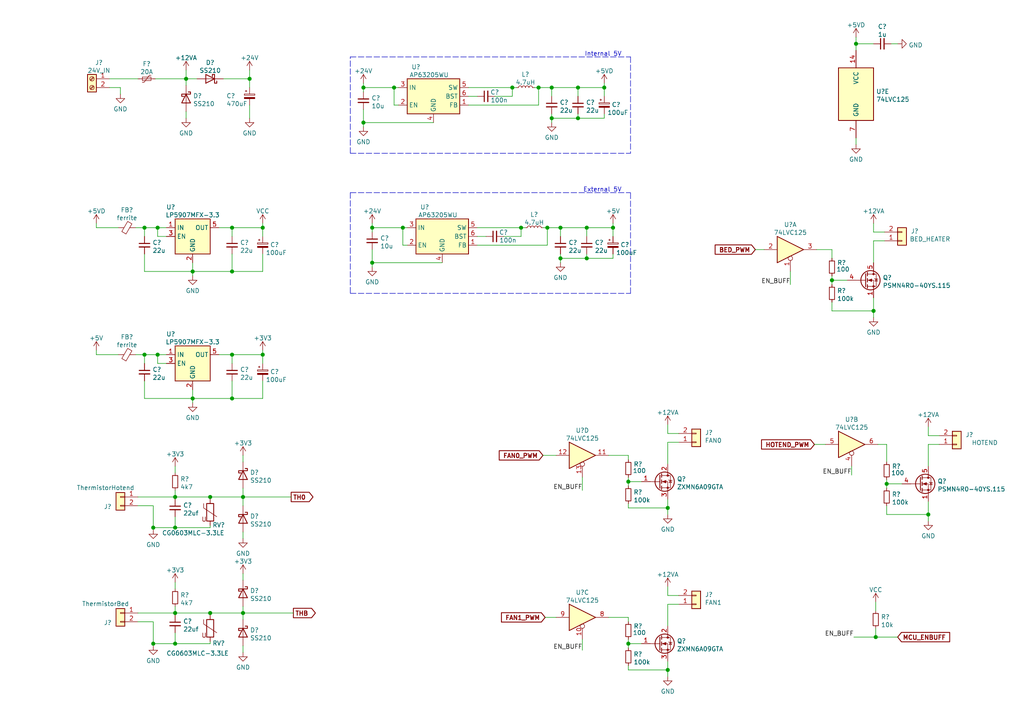
<source format=kicad_sch>
(kicad_sch (version 20210406) (generator eeschema)
  (paper "A4")
  (lib_symbols
    (symbol "74xx:74LVC125" (pin_names (offset 1.016))
      (property "Reference" "U" (at 0 1.27 0))
      (property "Value" "74LVC125" (at 0 -1.27 0))
      (symbol "74LVC125_1_0"
        (polyline (pts (xy -3.81 3.81) (xy -3.81 -3.81) (xy 3.81 0) (xy -3.81 3.81)) (stroke (width 0.254)) (fill (type background)))
        (pin input inverted (at 0 -6.35 90) (length 4.445) (name "~") (number "1"))
        (pin input line (at -7.62 0 0) (length 3.81) (name "~") (number "2"))
        (pin tri_state line (at 7.62 0 180) (length 3.81) (name "~") (number "3"))
      )
      (symbol "74LVC125_2_0"
        (polyline (pts (xy -3.81 3.81) (xy -3.81 -3.81) (xy 3.81 0) (xy -3.81 3.81)) (stroke (width 0.254)) (fill (type background)))
        (pin input inverted (at 0 -6.35 90) (length 4.445) (name "~") (number "4"))
        (pin input line (at -7.62 0 0) (length 3.81) (name "~") (number "5"))
        (pin tri_state line (at 7.62 0 180) (length 3.81) (name "~") (number "6"))
      )
      (symbol "74LVC125_3_0"
        (polyline (pts (xy -3.81 3.81) (xy -3.81 -3.81) (xy 3.81 0) (xy -3.81 3.81)) (stroke (width 0.254)) (fill (type background)))
        (pin input inverted (at 0 -6.35 90) (length 4.445) (name "~") (number "10"))
        (pin tri_state line (at 7.62 0 180) (length 3.81) (name "~") (number "8"))
        (pin input line (at -7.62 0 0) (length 3.81) (name "~") (number "9"))
      )
      (symbol "74LVC125_4_0"
        (polyline (pts (xy -3.81 3.81) (xy -3.81 -3.81) (xy 3.81 0) (xy -3.81 3.81)) (stroke (width 0.254)) (fill (type background)))
        (pin tri_state line (at 7.62 0 180) (length 3.81) (name "~") (number "11"))
        (pin input line (at -7.62 0 0) (length 3.81) (name "~") (number "12"))
        (pin input inverted (at 0 -6.35 90) (length 4.445) (name "~") (number "13"))
      )
      (symbol "74LVC125_5_0"
        (pin power_in line (at 0 12.7 270) (length 5.08) (name "VCC") (number "14"))
        (pin power_in line (at 0 -12.7 90) (length 5.08) (name "GND") (number "7"))
      )
      (symbol "74LVC125_5_1"
        (rectangle (start -5.08 7.62) (end 5.08 -7.62) (stroke (width 0.254)) (fill (type background)))
      )
    )
    (symbol "Connector:Screw_Terminal_01x02" (pin_names (offset 1.016) hide)
      (property "Reference" "J" (at 0 2.54 0))
      (property "Value" "Screw_Terminal_01x02" (at 0 -5.08 0))
      (symbol "Screw_Terminal_01x02_1_1"
        (circle (center 0 -2.54) (radius 0.635) (stroke (width 0.1524)))
        (circle (center 0 0) (radius 0.635) (stroke (width 0.1524)))
        (rectangle (start -1.27 1.27) (end 1.27 -3.81) (stroke (width 0.254)) (fill (type background)))
        (polyline (pts (xy -0.5334 -2.2098) (xy 0.3302 -3.048)) (stroke (width 0.1524)))
        (polyline (pts (xy -0.5334 0.3302) (xy 0.3302 -0.508)) (stroke (width 0.1524)))
        (polyline (pts (xy -0.3556 -2.032) (xy 0.508 -2.8702)) (stroke (width 0.1524)))
        (polyline (pts (xy -0.3556 0.508) (xy 0.508 -0.3302)) (stroke (width 0.1524)))
        (pin passive line (at -5.08 0 0) (length 3.81) (name "Pin_1") (number "1"))
        (pin passive line (at -5.08 -2.54 0) (length 3.81) (name "Pin_2") (number "2"))
      )
    )
    (symbol "Connector_Generic:Conn_01x02" (pin_names (offset 1.016) hide)
      (property "Reference" "J" (at 0 2.54 0))
      (property "Value" "Conn_01x02" (at 0 -5.08 0))
      (symbol "Conn_01x02_1_1"
        (rectangle (start -1.27 -2.413) (end 0 -2.667) (stroke (width 0.1524)))
        (rectangle (start -1.27 0.127) (end 0 -0.127) (stroke (width 0.1524)))
        (rectangle (start -1.27 1.27) (end 1.27 -3.81) (stroke (width 0.254)) (fill (type background)))
        (pin passive line (at -5.08 0 0) (length 3.81) (name "Pin_1") (number "1"))
        (pin passive line (at -5.08 -2.54 0) (length 3.81) (name "Pin_2") (number "2"))
      )
    )
    (symbol "Device:C_Polarized_Small" (pin_numbers hide) (pin_names (offset 0.254) hide)
      (property "Reference" "C" (at 0.254 1.778 0))
      (property "Value" "C_Polarized_Small" (at 0.254 -2.032 0))
      (symbol "C_Polarized_Small_0_1"
        (rectangle (start -1.524 0.6858) (end 1.524 0.3048))
        (rectangle (start -1.524 -0.3048) (end 1.524 -0.6858) (fill (type outline)))
        (polyline (pts (xy -1.27 1.524) (xy -0.762 1.524)))
        (polyline (pts (xy -1.016 1.27) (xy -1.016 1.778)))
      )
      (symbol "C_Polarized_Small_1_1"
        (pin passive line (at 0 2.54 270) (length 1.8542) (name "~") (number "1"))
        (pin passive line (at 0 -2.54 90) (length 1.8542) (name "~") (number "2"))
      )
    )
    (symbol "Device:C_Small" (pin_numbers hide) (pin_names (offset 0.254) hide)
      (property "Reference" "C" (at 0.254 1.778 0))
      (property "Value" "C_Small" (at 0.254 -2.032 0))
      (symbol "C_Small_0_1"
        (polyline (pts (xy -1.524 -0.508) (xy 1.524 -0.508)) (stroke (width 0.3302)))
        (polyline (pts (xy -1.524 0.508) (xy 1.524 0.508)) (stroke (width 0.3048)))
      )
      (symbol "C_Small_1_1"
        (pin passive line (at 0 2.54 270) (length 2.032) (name "~") (number "1"))
        (pin passive line (at 0 -2.54 90) (length 2.032) (name "~") (number "2"))
      )
    )
    (symbol "Device:FerriteBead_Small" (pin_numbers hide) (pin_names (offset 0))
      (property "Reference" "FB" (at 1.905 1.27 0))
      (property "Value" "FerriteBead_Small" (at 1.905 -1.27 0))
      (symbol "FerriteBead_Small_0_1"
        (polyline (pts (xy 0 -1.27) (xy 0 -0.7874)))
        (polyline (pts (xy 0 0.889) (xy 0 1.2954)))
        (polyline (pts (xy -1.8288 0.2794) (xy -1.1176 1.4986) (xy 1.8288 -0.2032) (xy 1.1176 -1.4224) (xy -1.8288 0.2794)))
      )
      (symbol "FerriteBead_Small_1_1"
        (pin passive line (at 0 2.54 270) (length 1.27) (name "~") (number "1"))
        (pin passive line (at 0 -2.54 90) (length 1.27) (name "~") (number "2"))
      )
    )
    (symbol "Device:L_Small" (pin_numbers hide) (pin_names (offset 0.254) hide)
      (property "Reference" "L" (at 0.762 1.016 0))
      (property "Value" "L_Small" (at 0.762 -1.016 0))
      (symbol "L_Small_0_1"
        (arc (start 0 -2.032) (end 0 -1.016) (radius (at 0 -1.524) (length 0.508) (angles -89.9 89.9)))
        (arc (start 0 -1.016) (end 0 0) (radius (at 0 -0.508) (length 0.508) (angles -89.9 89.9)))
        (arc (start 0 0) (end 0 1.016) (radius (at 0 0.508) (length 0.508) (angles -89.9 89.9)))
        (arc (start 0 1.016) (end 0 2.032) (radius (at 0 1.524) (length 0.508) (angles -89.9 89.9)))
      )
      (symbol "L_Small_1_1"
        (pin passive line (at 0 2.54 270) (length 0.508) (name "~") (number "1"))
        (pin passive line (at 0 -2.54 90) (length 0.508) (name "~") (number "2"))
      )
    )
    (symbol "Device:Polyfuse_Small" (pin_numbers hide) (pin_names (offset 0))
      (property "Reference" "F" (at -1.905 0 90))
      (property "Value" "Polyfuse_Small" (at 1.905 0 90))
      (symbol "Polyfuse_Small_0_1"
        (rectangle (start -0.508 1.27) (end 0.508 -1.27))
        (polyline (pts (xy 0 2.54) (xy 0 -2.54)))
        (polyline (pts (xy -1.016 1.27) (xy -1.016 0.762) (xy 1.016 -0.762) (xy 1.016 -1.27)))
      )
      (symbol "Polyfuse_Small_1_1"
        (pin passive line (at 0 2.54 270) (length 0.635) (name "~") (number "1"))
        (pin passive line (at 0 -2.54 90) (length 0.635) (name "~") (number "2"))
      )
    )
    (symbol "Device:R_Small" (pin_numbers hide) (pin_names (offset 0.254) hide)
      (property "Reference" "R" (at 0.762 0.508 0))
      (property "Value" "R_Small" (at 0.762 -1.016 0))
      (symbol "R_Small_0_1"
        (rectangle (start -0.762 1.778) (end 0.762 -1.778) (stroke (width 0.2032)))
      )
      (symbol "R_Small_1_1"
        (pin passive line (at 0 2.54 270) (length 0.762) (name "~") (number "1"))
        (pin passive line (at 0 -2.54 90) (length 0.762) (name "~") (number "2"))
      )
    )
    (symbol "Device:Varistor" (pin_numbers hide) (pin_names (offset 0))
      (property "Reference" "RV" (at 3.175 0 90))
      (property "Value" "Varistor" (at -3.175 0 90))
      (symbol "Varistor_0_0"
        (text "U" (at -1.778 -2.032 0) (effects (font (size 1.27 1.27))))
      )
      (symbol "Varistor_0_1"
        (rectangle (start -1.016 -2.54) (end 1.016 2.54) (stroke (width 0.254)))
        (polyline (pts (xy -1.905 2.54) (xy -1.905 1.27) (xy 1.905 -1.27)))
      )
      (symbol "Varistor_1_1"
        (pin passive line (at 0 3.81 270) (length 1.27) (name "~") (number "1"))
        (pin passive line (at 0 -3.81 90) (length 1.27) (name "~") (number "2"))
      )
    )
    (symbol "Diode:B120-E3" (pin_numbers hide) (pin_names hide)
      (property "Reference" "D" (at 0 2.54 0))
      (property "Value" "B120-E3" (at 0 -2.54 0))
      (symbol "B120-E3_0_1"
        (polyline (pts (xy 1.27 0) (xy -1.27 0)))
        (polyline (pts (xy 1.27 1.27) (xy 1.27 -1.27) (xy -1.27 0) (xy 1.27 1.27)) (stroke (width 0.254)))
        (polyline (pts (xy -1.905 0.635) (xy -1.905 1.27) (xy -1.27 1.27) (xy -1.27 -1.27) (xy -0.635 -1.27) (xy -0.635 -0.635)) (stroke (width 0.254)))
      )
      (symbol "B120-E3_1_1"
        (pin passive line (at -3.81 0 0) (length 2.54) (name "K") (number "1"))
        (pin passive line (at 3.81 0 180) (length 2.54) (name "A") (number "2"))
      )
    )
    (symbol "Regulator_Linear:LP5907MFX-3.3"
      (property "Reference" "U" (at -3.81 6.35 0))
      (property "Value" "LP5907MFX-3.3" (at 6.35 6.35 0))
      (symbol "LP5907MFX-3.3_0_1"
        (rectangle (start -5.08 -5.08) (end 5.08 5.08) (stroke (width 0.254)) (fill (type background)))
        (pin power_in line (at -7.62 2.54 0) (length 2.54) (name "IN") (number "1"))
        (pin power_in line (at 0 -7.62 90) (length 2.54) (name "GND") (number "2"))
        (pin input line (at -7.62 0 0) (length 2.54) (name "EN") (number "3"))
        (pin no_connect line (at 5.08 0 180) (length 2.54) hide (name "NC") (number "4"))
        (pin power_out line (at 7.62 2.54 180) (length 2.54) (name "OUT") (number "5"))
      )
    )
    (symbol "Regulator_Switching:AP63205WU"
      (property "Reference" "U" (at -7.62 6.35 0))
      (property "Value" "AP63205WU" (at 2.54 6.35 0))
      (symbol "AP63205WU_0_1"
        (rectangle (start -7.62 5.08) (end 7.62 -5.08) (stroke (width 0.254)) (fill (type background)))
      )
      (symbol "AP63205WU_1_1"
        (pin input line (at 10.16 -2.54 180) (length 2.54) (name "FB") (number "1"))
        (pin input line (at -10.16 -2.54 0) (length 2.54) (name "EN") (number "2"))
        (pin power_in line (at -10.16 2.54 0) (length 2.54) (name "IN") (number "3"))
        (pin power_in line (at 0 -7.62 90) (length 2.54) (name "GND") (number "4"))
        (pin output line (at 10.16 2.54 180) (length 2.54) (name "SW") (number "5"))
        (pin passive line (at 10.16 0 180) (length 2.54) (name "BST") (number "6"))
      )
    )
    (symbol "Transistor_FET:BSP89" (pin_names hide)
      (property "Reference" "Q" (at 5.08 1.905 0))
      (property "Value" "BSP89" (at 5.08 0 0))
      (symbol "BSP89_0_1"
        (circle (center 1.651 0) (radius 2.794) (stroke (width 0.254)))
        (circle (center 2.54 -1.778) (radius 0.254) (fill (type outline)))
        (circle (center 2.54 1.778) (radius 0.254) (fill (type outline)))
        (polyline (pts (xy 0.254 0) (xy -2.54 0)))
        (polyline (pts (xy 0.254 1.905) (xy 0.254 -1.905)) (stroke (width 0.254)))
        (polyline (pts (xy 0.762 -1.27) (xy 0.762 -2.286)) (stroke (width 0.254)))
        (polyline (pts (xy 0.762 0.508) (xy 0.762 -0.508)) (stroke (width 0.254)))
        (polyline (pts (xy 0.762 2.286) (xy 0.762 1.27)) (stroke (width 0.254)))
        (polyline (pts (xy 2.54 2.54) (xy 2.54 1.778)))
        (polyline (pts (xy 2.54 -2.54) (xy 2.54 0) (xy 0.762 0)))
        (polyline (pts (xy 0.762 -1.778) (xy 3.302 -1.778) (xy 3.302 1.778) (xy 0.762 1.778)))
        (polyline (pts (xy 2.794 0.508) (xy 2.921 0.381) (xy 3.683 0.381) (xy 3.81 0.254)))
        (polyline (pts (xy 3.302 0.381) (xy 2.921 -0.254) (xy 3.683 -0.254) (xy 3.302 0.381)))
        (polyline (pts (xy 1.016 0) (xy 2.032 0.381) (xy 2.032 -0.381) (xy 1.016 0)) (fill (type outline)))
      )
      (symbol "BSP89_1_1"
        (pin input line (at -5.08 0 0) (length 2.54) (name "G") (number "1"))
        (pin passive line (at 2.54 5.08 270) (length 2.54) (name "D") (number "2"))
        (pin passive line (at 2.54 -5.08 90) (length 2.54) (name "S") (number "3"))
      )
    )
    (symbol "Transistor_FET:BUK7M6R3-40EX" (pin_names hide)
      (property "Reference" "Q" (at 5.08 1.905 0))
      (property "Value" "BUK7M6R3-40EX" (at 5.08 0 0))
      (symbol "BUK7M6R3-40EX_0_1"
        (circle (center 1.651 0) (radius 2.794) (stroke (width 0.254)))
        (circle (center 2.54 -1.778) (radius 0.254) (fill (type outline)))
        (circle (center 2.54 1.778) (radius 0.254) (fill (type outline)))
        (polyline (pts (xy 0.254 0) (xy -2.54 0)))
        (polyline (pts (xy 0.254 1.905) (xy 0.254 -1.905)) (stroke (width 0.254)))
        (polyline (pts (xy 0.762 -1.27) (xy 0.762 -2.286)) (stroke (width 0.254)))
        (polyline (pts (xy 0.762 0.508) (xy 0.762 -0.508)) (stroke (width 0.254)))
        (polyline (pts (xy 0.762 2.286) (xy 0.762 1.27)) (stroke (width 0.254)))
        (polyline (pts (xy 2.54 2.54) (xy 2.54 1.778)))
        (polyline (pts (xy 2.54 -2.54) (xy 2.54 0) (xy 0.762 0)))
        (polyline (pts (xy 0.762 -1.778) (xy 3.302 -1.778) (xy 3.302 1.778) (xy 0.762 1.778)))
        (polyline (pts (xy 2.794 0.508) (xy 2.921 0.381) (xy 3.683 0.381) (xy 3.81 0.254)))
        (polyline (pts (xy 3.302 0.381) (xy 2.921 -0.254) (xy 3.683 -0.254) (xy 3.302 0.381)))
        (polyline (pts (xy 1.016 0) (xy 2.032 0.381) (xy 2.032 -0.381) (xy 1.016 0)) (fill (type outline)))
      )
      (symbol "BUK7M6R3-40EX_1_1"
        (pin passive line (at 2.54 -5.08 90) (length 2.54) (name "S") (number "1"))
        (pin passive line (at 2.54 -5.08 90) (length 2.54) hide (name "S") (number "2"))
        (pin passive line (at 2.54 -5.08 90) (length 2.54) hide (name "S") (number "3"))
        (pin passive line (at -5.08 0 0) (length 2.54) (name "G") (number "4"))
        (pin passive line (at 2.54 5.08 270) (length 2.54) (name "D") (number "5"))
      )
    )
    (symbol "power:+12VA" (power) (pin_names (offset 0))
      (property "Value" "+12VA" (at 0 3.556 0))
      (symbol "+12VA_0_1"
        (polyline (pts (xy -0.762 1.27) (xy 0 2.54)))
        (polyline (pts (xy 0 0) (xy 0 2.54)))
        (polyline (pts (xy 0 2.54) (xy 0.762 1.27)))
      )
      (symbol "+12VA_1_1"
        (pin power_in line (at 0 0 90) (length 0) hide (name "+12VA") (number "1"))
      )
    )
    (symbol "power:+24V" (power) (pin_names (offset 0))
      (property "Value" "+24V" (at 0 3.556 0))
      (symbol "+24V_0_1"
        (polyline (pts (xy -0.762 1.27) (xy 0 2.54)))
        (polyline (pts (xy 0 0) (xy 0 2.54)))
        (polyline (pts (xy 0 2.54) (xy 0.762 1.27)))
      )
      (symbol "+24V_1_1"
        (pin power_in line (at 0 0 90) (length 0) hide (name "+24V") (number "1"))
      )
    )
    (symbol "power:+3V3" (power) (pin_names (offset 0))
      (property "Value" "+3V3" (at 0 3.556 0))
      (symbol "+3V3_0_1"
        (polyline (pts (xy -0.762 1.27) (xy 0 2.54)))
        (polyline (pts (xy 0 0) (xy 0 2.54)))
        (polyline (pts (xy 0 2.54) (xy 0.762 1.27)))
      )
      (symbol "+3V3_1_1"
        (pin power_in line (at 0 0 90) (length 0) hide (name "+3V3") (number "1"))
      )
    )
    (symbol "power:+5V" (power) (pin_names (offset 0))
      (property "Value" "+5V" (at 0 3.556 0))
      (symbol "+5V_0_1"
        (polyline (pts (xy -0.762 1.27) (xy 0 2.54)))
        (polyline (pts (xy 0 0) (xy 0 2.54)))
        (polyline (pts (xy 0 2.54) (xy 0.762 1.27)))
      )
      (symbol "+5V_1_1"
        (pin power_in line (at 0 0 90) (length 0) hide (name "+5V") (number "1"))
      )
    )
    (symbol "power:+5VD" (power) (pin_names (offset 0))
      (property "Value" "+5VD" (at 0 3.556 0))
      (symbol "+5VD_0_1"
        (polyline (pts (xy -0.762 1.27) (xy 0 2.54)))
        (polyline (pts (xy 0 0) (xy 0 2.54)))
        (polyline (pts (xy 0 2.54) (xy 0.762 1.27)))
      )
      (symbol "+5VD_1_1"
        (pin power_in line (at 0 0 90) (length 0) hide (name "+5VD") (number "1"))
      )
    )
    (symbol "power:GND" (power) (pin_names (offset 0))
      (property "Value" "GND" (at 0 -3.81 0))
      (symbol "GND_0_1"
        (polyline (pts (xy 0 0) (xy 0 -1.27) (xy 1.27 -1.27) (xy 0 -2.54) (xy -1.27 -1.27) (xy 0 -1.27)))
      )
      (symbol "GND_1_1"
        (pin power_in line (at 0 0 270) (length 0) hide (name "GND") (number "1"))
      )
    )
    (symbol "power:VCC" (power) (pin_names (offset 0))
      (property "Value" "VCC" (at 0 3.81 0))
      (symbol "VCC_0_1"
        (polyline (pts (xy -0.762 1.27) (xy 0 2.54)))
        (polyline (pts (xy 0 0) (xy 0 2.54)))
        (polyline (pts (xy 0 2.54) (xy 0.762 1.27)))
      )
      (symbol "VCC_1_1"
        (pin power_in line (at 0 0 90) (length 0) hide (name "VCC") (number "1"))
      )
    )
  )
  (junction (at 41.91 66.04) (diameter 1.016))
  (junction (at 41.91 102.87) (diameter 1.016))
  (junction (at 44.45 153.035) (diameter 1.016))
  (junction (at 44.45 186.69) (diameter 1.016))
  (junction (at 45.72 66.04) (diameter 1.016))
  (junction (at 45.72 102.87) (diameter 1.016))
  (junction (at 50.8 144.145) (diameter 1.016))
  (junction (at 50.8 153.035) (diameter 1.016))
  (junction (at 50.8 177.8) (diameter 1.016))
  (junction (at 50.8 186.69) (diameter 1.016))
  (junction (at 53.975 22.86) (diameter 1.016))
  (junction (at 55.88 78.74) (diameter 1.016))
  (junction (at 55.88 115.57) (diameter 1.016))
  (junction (at 60.96 144.145) (diameter 1.016))
  (junction (at 60.96 177.8) (diameter 1.016))
  (junction (at 67.31 66.04) (diameter 1.016))
  (junction (at 67.31 78.74) (diameter 1.016))
  (junction (at 67.31 102.87) (diameter 1.016))
  (junction (at 67.31 115.57) (diameter 1.016))
  (junction (at 70.485 144.145) (diameter 1.016))
  (junction (at 70.485 177.8) (diameter 1.016))
  (junction (at 72.39 22.86) (diameter 1.016))
  (junction (at 76.2 66.04) (diameter 1.016))
  (junction (at 76.2 102.87) (diameter 1.016))
  (junction (at 105.41 25.4) (diameter 1.016))
  (junction (at 105.41 35.56) (diameter 1.016))
  (junction (at 107.95 66.04) (diameter 1.016))
  (junction (at 107.95 76.2) (diameter 1.016))
  (junction (at 114.3 25.4) (diameter 1.016))
  (junction (at 116.84 66.04) (diameter 1.016))
  (junction (at 148.59 25.4) (diameter 1.016))
  (junction (at 151.13 66.04) (diameter 1.016))
  (junction (at 156.21 25.4) (diameter 1.016))
  (junction (at 158.75 66.04) (diameter 1.016))
  (junction (at 160.02 25.4) (diameter 1.016))
  (junction (at 160.02 34.29) (diameter 1.016))
  (junction (at 162.56 66.04) (diameter 1.016))
  (junction (at 162.56 74.93) (diameter 1.016))
  (junction (at 167.64 25.4) (diameter 1.016))
  (junction (at 167.64 34.29) (diameter 1.016))
  (junction (at 170.18 66.04) (diameter 1.016))
  (junction (at 170.18 74.93) (diameter 1.016))
  (junction (at 175.26 25.4) (diameter 1.016))
  (junction (at 177.8 66.04) (diameter 1.016))
  (junction (at 182.245 139.7) (diameter 1.016))
  (junction (at 182.245 186.69) (diameter 1.016))
  (junction (at 193.675 147.32) (diameter 1.016))
  (junction (at 193.675 194.31) (diameter 1.016))
  (junction (at 241.3 81.28) (diameter 1.016))
  (junction (at 248.285 12.7) (diameter 1.016))
  (junction (at 253.365 90.17) (diameter 1.016))
  (junction (at 254 184.785) (diameter 1.016))
  (junction (at 257.175 140.335) (diameter 1.016))
  (junction (at 269.24 149.225) (diameter 1.016))
  (wire (pts (xy 27.94 66.04) (xy 27.94 64.77)))
  (wire (pts (xy 27.94 102.87) (xy 27.94 101.6)))
  (wire (pts (xy 31.75 22.86) (xy 40.005 22.86)))
  (wire (pts (xy 34.29 66.04) (xy 27.94 66.04)))
  (wire (pts (xy 34.29 102.87) (xy 27.94 102.87)))
  (wire (pts (xy 34.925 25.4) (xy 31.75 25.4)))
  (wire (pts (xy 34.925 27.305) (xy 34.925 25.4)))
  (wire (pts (xy 39.37 66.04) (xy 41.91 66.04)))
  (wire (pts (xy 39.37 102.87) (xy 41.91 102.87)))
  (wire (pts (xy 40.005 144.145) (xy 50.8 144.145)))
  (wire (pts (xy 40.005 146.685) (xy 44.45 146.685)))
  (wire (pts (xy 40.005 177.8) (xy 50.8 177.8)))
  (wire (pts (xy 40.005 180.34) (xy 44.45 180.34)))
  (wire (pts (xy 41.91 66.04) (xy 41.91 68.58)))
  (wire (pts (xy 41.91 78.74) (xy 41.91 73.66)))
  (wire (pts (xy 41.91 78.74) (xy 55.88 78.74)))
  (wire (pts (xy 41.91 102.87) (xy 41.91 105.41)))
  (wire (pts (xy 41.91 115.57) (xy 41.91 110.49)))
  (wire (pts (xy 41.91 115.57) (xy 55.88 115.57)))
  (wire (pts (xy 44.45 146.685) (xy 44.45 153.035)))
  (wire (pts (xy 44.45 153.035) (xy 44.45 153.67)))
  (wire (pts (xy 44.45 180.34) (xy 44.45 186.69)))
  (wire (pts (xy 44.45 186.69) (xy 44.45 187.325)))
  (wire (pts (xy 45.72 66.04) (xy 41.91 66.04)))
  (wire (pts (xy 45.72 68.58) (xy 45.72 66.04)))
  (wire (pts (xy 45.72 102.87) (xy 41.91 102.87)))
  (wire (pts (xy 45.72 105.41) (xy 45.72 102.87)))
  (wire (pts (xy 48.26 66.04) (xy 45.72 66.04)))
  (wire (pts (xy 48.26 68.58) (xy 45.72 68.58)))
  (wire (pts (xy 48.26 102.87) (xy 45.72 102.87)))
  (wire (pts (xy 48.26 105.41) (xy 45.72 105.41)))
  (wire (pts (xy 50.8 137.16) (xy 50.8 135.255)))
  (wire (pts (xy 50.8 144.145) (xy 50.8 142.24)))
  (wire (pts (xy 50.8 144.145) (xy 60.96 144.145)))
  (wire (pts (xy 50.8 144.78) (xy 50.8 144.145)))
  (wire (pts (xy 50.8 149.86) (xy 50.8 153.035)))
  (wire (pts (xy 50.8 153.035) (xy 44.45 153.035)))
  (wire (pts (xy 50.8 170.815) (xy 50.8 168.91)))
  (wire (pts (xy 50.8 177.8) (xy 50.8 175.895)))
  (wire (pts (xy 50.8 177.8) (xy 60.96 177.8)))
  (wire (pts (xy 50.8 178.435) (xy 50.8 177.8)))
  (wire (pts (xy 50.8 183.515) (xy 50.8 186.69)))
  (wire (pts (xy 50.8 186.69) (xy 44.45 186.69)))
  (wire (pts (xy 53.975 20.32) (xy 53.975 22.86)))
  (wire (pts (xy 53.975 22.86) (xy 45.085 22.86)))
  (wire (pts (xy 53.975 24.765) (xy 53.975 22.86)))
  (wire (pts (xy 53.975 32.385) (xy 53.975 34.29)))
  (wire (pts (xy 55.88 76.2) (xy 55.88 78.74)))
  (wire (pts (xy 55.88 78.74) (xy 55.88 80.01)))
  (wire (pts (xy 55.88 113.03) (xy 55.88 115.57)))
  (wire (pts (xy 55.88 115.57) (xy 55.88 116.84)))
  (wire (pts (xy 57.15 22.86) (xy 53.975 22.86)))
  (wire (pts (xy 60.96 144.145) (xy 60.96 144.78)))
  (wire (pts (xy 60.96 144.145) (xy 70.485 144.145)))
  (wire (pts (xy 60.96 152.4) (xy 60.96 153.035)))
  (wire (pts (xy 60.96 153.035) (xy 50.8 153.035)))
  (wire (pts (xy 60.96 177.8) (xy 60.96 178.435)))
  (wire (pts (xy 60.96 177.8) (xy 70.485 177.8)))
  (wire (pts (xy 60.96 186.055) (xy 60.96 186.69)))
  (wire (pts (xy 60.96 186.69) (xy 50.8 186.69)))
  (wire (pts (xy 63.5 66.04) (xy 67.31 66.04)))
  (wire (pts (xy 63.5 102.87) (xy 67.31 102.87)))
  (wire (pts (xy 67.31 66.04) (xy 76.2 66.04)))
  (wire (pts (xy 67.31 68.58) (xy 67.31 66.04)))
  (wire (pts (xy 67.31 73.66) (xy 67.31 78.74)))
  (wire (pts (xy 67.31 78.74) (xy 55.88 78.74)))
  (wire (pts (xy 67.31 102.87) (xy 76.2 102.87)))
  (wire (pts (xy 67.31 105.41) (xy 67.31 102.87)))
  (wire (pts (xy 67.31 110.49) (xy 67.31 115.57)))
  (wire (pts (xy 67.31 115.57) (xy 55.88 115.57)))
  (wire (pts (xy 70.485 133.985) (xy 70.485 132.08)))
  (wire (pts (xy 70.485 141.605) (xy 70.485 144.145)))
  (wire (pts (xy 70.485 144.145) (xy 70.485 146.685)))
  (wire (pts (xy 70.485 144.145) (xy 84.455 144.145)))
  (wire (pts (xy 70.485 154.305) (xy 70.485 156.21)))
  (wire (pts (xy 70.485 168.275) (xy 70.485 166.37)))
  (wire (pts (xy 70.485 175.895) (xy 70.485 177.8)))
  (wire (pts (xy 70.485 177.8) (xy 85.09 177.8)))
  (wire (pts (xy 70.485 179.705) (xy 70.485 177.8)))
  (wire (pts (xy 70.485 187.325) (xy 70.485 189.23)))
  (wire (pts (xy 72.39 20.32) (xy 72.39 22.86)))
  (wire (pts (xy 72.39 22.86) (xy 64.77 22.86)))
  (wire (pts (xy 72.39 25.4) (xy 72.39 22.86)))
  (wire (pts (xy 72.39 34.29) (xy 72.39 30.48)))
  (wire (pts (xy 76.2 66.04) (xy 76.2 64.77)))
  (wire (pts (xy 76.2 68.58) (xy 76.2 66.04)))
  (wire (pts (xy 76.2 73.66) (xy 76.2 78.74)))
  (wire (pts (xy 76.2 78.74) (xy 67.31 78.74)))
  (wire (pts (xy 76.2 102.87) (xy 76.2 101.6)))
  (wire (pts (xy 76.2 105.41) (xy 76.2 102.87)))
  (wire (pts (xy 76.2 110.49) (xy 76.2 115.57)))
  (wire (pts (xy 76.2 115.57) (xy 67.31 115.57)))
  (wire (pts (xy 105.41 24.13) (xy 105.41 25.4)))
  (wire (pts (xy 105.41 25.4) (xy 105.41 26.67)))
  (wire (pts (xy 105.41 35.56) (xy 105.41 31.75)))
  (wire (pts (xy 105.41 36.83) (xy 105.41 35.56)))
  (wire (pts (xy 107.95 64.77) (xy 107.95 66.04)))
  (wire (pts (xy 107.95 66.04) (xy 107.95 67.31)))
  (wire (pts (xy 107.95 76.2) (xy 107.95 72.39)))
  (wire (pts (xy 107.95 77.47) (xy 107.95 76.2)))
  (wire (pts (xy 114.3 25.4) (xy 105.41 25.4)))
  (wire (pts (xy 114.3 30.48) (xy 114.3 25.4)))
  (wire (pts (xy 115.57 25.4) (xy 114.3 25.4)))
  (wire (pts (xy 115.57 30.48) (xy 114.3 30.48)))
  (wire (pts (xy 116.84 66.04) (xy 107.95 66.04)))
  (wire (pts (xy 116.84 71.12) (xy 116.84 66.04)))
  (wire (pts (xy 118.11 66.04) (xy 116.84 66.04)))
  (wire (pts (xy 118.11 71.12) (xy 116.84 71.12)))
  (wire (pts (xy 125.73 35.56) (xy 105.41 35.56)))
  (wire (pts (xy 128.27 76.2) (xy 107.95 76.2)))
  (wire (pts (xy 135.89 25.4) (xy 148.59 25.4)))
  (wire (pts (xy 135.89 27.94) (xy 138.43 27.94)))
  (wire (pts (xy 135.89 30.48) (xy 156.21 30.48)))
  (wire (pts (xy 138.43 66.04) (xy 151.13 66.04)))
  (wire (pts (xy 138.43 68.58) (xy 140.97 68.58)))
  (wire (pts (xy 138.43 71.12) (xy 158.75 71.12)))
  (wire (pts (xy 143.51 27.94) (xy 148.59 27.94)))
  (wire (pts (xy 146.05 68.58) (xy 151.13 68.58)))
  (wire (pts (xy 148.59 25.4) (xy 149.86 25.4)))
  (wire (pts (xy 148.59 27.94) (xy 148.59 25.4)))
  (wire (pts (xy 151.13 66.04) (xy 152.4 66.04)))
  (wire (pts (xy 151.13 68.58) (xy 151.13 66.04)))
  (wire (pts (xy 154.94 25.4) (xy 156.21 25.4)))
  (wire (pts (xy 156.21 25.4) (xy 160.02 25.4)))
  (wire (pts (xy 156.21 30.48) (xy 156.21 25.4)))
  (wire (pts (xy 157.48 66.04) (xy 158.75 66.04)))
  (wire (pts (xy 158.115 179.07) (xy 161.29 179.07)))
  (wire (pts (xy 158.75 66.04) (xy 162.56 66.04)))
  (wire (pts (xy 158.75 71.12) (xy 158.75 66.04)))
  (wire (pts (xy 160.02 25.4) (xy 167.64 25.4)))
  (wire (pts (xy 160.02 27.94) (xy 160.02 25.4)))
  (wire (pts (xy 160.02 34.29) (xy 160.02 33.02)))
  (wire (pts (xy 160.02 35.56) (xy 160.02 34.29)))
  (wire (pts (xy 161.29 132.08) (xy 157.48 132.08)))
  (wire (pts (xy 162.56 66.04) (xy 170.18 66.04)))
  (wire (pts (xy 162.56 68.58) (xy 162.56 66.04)))
  (wire (pts (xy 162.56 74.93) (xy 162.56 73.66)))
  (wire (pts (xy 162.56 76.2) (xy 162.56 74.93)))
  (wire (pts (xy 167.64 25.4) (xy 175.26 25.4)))
  (wire (pts (xy 167.64 27.94) (xy 167.64 25.4)))
  (wire (pts (xy 167.64 33.02) (xy 167.64 34.29)))
  (wire (pts (xy 167.64 34.29) (xy 160.02 34.29)))
  (wire (pts (xy 168.91 142.24) (xy 168.91 138.43)))
  (wire (pts (xy 168.91 188.595) (xy 168.91 185.42)))
  (wire (pts (xy 170.18 66.04) (xy 177.8 66.04)))
  (wire (pts (xy 170.18 68.58) (xy 170.18 66.04)))
  (wire (pts (xy 170.18 73.66) (xy 170.18 74.93)))
  (wire (pts (xy 170.18 74.93) (xy 162.56 74.93)))
  (wire (pts (xy 175.26 24.13) (xy 175.26 25.4)))
  (wire (pts (xy 175.26 25.4) (xy 175.26 27.94)))
  (wire (pts (xy 175.26 33.02) (xy 175.26 34.29)))
  (wire (pts (xy 175.26 34.29) (xy 167.64 34.29)))
  (wire (pts (xy 177.8 64.77) (xy 177.8 66.04)))
  (wire (pts (xy 177.8 66.04) (xy 177.8 68.58)))
  (wire (pts (xy 177.8 73.66) (xy 177.8 74.93)))
  (wire (pts (xy 177.8 74.93) (xy 170.18 74.93)))
  (wire (pts (xy 182.245 132.08) (xy 176.53 132.08)))
  (wire (pts (xy 182.245 133.35) (xy 182.245 132.08)))
  (wire (pts (xy 182.245 139.7) (xy 182.245 138.43)))
  (wire (pts (xy 182.245 140.97) (xy 182.245 139.7)))
  (wire (pts (xy 182.245 146.05) (xy 182.245 147.32)))
  (wire (pts (xy 182.245 147.32) (xy 193.675 147.32)))
  (wire (pts (xy 182.245 179.07) (xy 176.53 179.07)))
  (wire (pts (xy 182.245 180.34) (xy 182.245 179.07)))
  (wire (pts (xy 182.245 186.69) (xy 182.245 185.42)))
  (wire (pts (xy 182.245 187.96) (xy 182.245 186.69)))
  (wire (pts (xy 182.245 193.04) (xy 182.245 194.31)))
  (wire (pts (xy 182.245 194.31) (xy 193.675 194.31)))
  (wire (pts (xy 186.055 139.7) (xy 182.245 139.7)))
  (wire (pts (xy 186.055 186.69) (xy 182.245 186.69)))
  (wire (pts (xy 193.675 125.73) (xy 193.675 123.19)))
  (wire (pts (xy 193.675 128.27) (xy 196.85 128.27)))
  (wire (pts (xy 193.675 134.62) (xy 193.675 128.27)))
  (wire (pts (xy 193.675 144.78) (xy 193.675 147.32)))
  (wire (pts (xy 193.675 147.32) (xy 193.675 149.225)))
  (wire (pts (xy 193.675 172.72) (xy 193.675 170.18)))
  (wire (pts (xy 193.675 175.26) (xy 196.85 175.26)))
  (wire (pts (xy 193.675 181.61) (xy 193.675 175.26)))
  (wire (pts (xy 193.675 191.77) (xy 193.675 194.31)))
  (wire (pts (xy 193.675 194.31) (xy 193.675 196.215)))
  (wire (pts (xy 196.85 125.73) (xy 193.675 125.73)))
  (wire (pts (xy 196.85 172.72) (xy 193.675 172.72)))
  (wire (pts (xy 221.615 72.39) (xy 219.075 72.39)))
  (wire (pts (xy 229.235 82.55) (xy 229.235 78.74)))
  (wire (pts (xy 236.855 72.39) (xy 241.3 72.39)))
  (wire (pts (xy 239.395 128.905) (xy 236.22 128.905)))
  (wire (pts (xy 241.3 72.39) (xy 241.3 74.93)))
  (wire (pts (xy 241.3 80.01) (xy 241.3 81.28)))
  (wire (pts (xy 241.3 81.28) (xy 241.3 82.55)))
  (wire (pts (xy 241.3 87.63) (xy 241.3 90.17)))
  (wire (pts (xy 241.3 90.17) (xy 253.365 90.17)))
  (wire (pts (xy 245.745 81.28) (xy 241.3 81.28)))
  (wire (pts (xy 247.015 135.255) (xy 247.015 137.795)))
  (wire (pts (xy 247.65 184.785) (xy 254 184.785)))
  (wire (pts (xy 248.285 10.795) (xy 248.285 12.7)))
  (wire (pts (xy 248.285 12.7) (xy 248.285 14.605)))
  (wire (pts (xy 248.285 41.91) (xy 248.285 40.005)))
  (wire (pts (xy 253.365 12.7) (xy 248.285 12.7)))
  (wire (pts (xy 253.365 67.31) (xy 253.365 64.77)))
  (wire (pts (xy 253.365 69.85) (xy 256.54 69.85)))
  (wire (pts (xy 253.365 76.2) (xy 253.365 69.85)))
  (wire (pts (xy 253.365 90.17) (xy 253.365 86.36)))
  (wire (pts (xy 253.365 92.075) (xy 253.365 90.17)))
  (wire (pts (xy 254 177.165) (xy 254 174.625)))
  (wire (pts (xy 254 182.245) (xy 254 184.785)))
  (wire (pts (xy 254 184.785) (xy 260.35 184.785)))
  (wire (pts (xy 254.635 128.905) (xy 257.175 128.905)))
  (wire (pts (xy 256.54 67.31) (xy 253.365 67.31)))
  (wire (pts (xy 257.175 128.905) (xy 257.175 133.985)))
  (wire (pts (xy 257.175 139.065) (xy 257.175 140.335)))
  (wire (pts (xy 257.175 140.335) (xy 257.175 141.605)))
  (wire (pts (xy 257.175 146.685) (xy 257.175 149.225)))
  (wire (pts (xy 257.175 149.225) (xy 269.24 149.225)))
  (wire (pts (xy 260.35 12.7) (xy 258.445 12.7)))
  (wire (pts (xy 261.62 140.335) (xy 257.175 140.335)))
  (wire (pts (xy 269.24 126.365) (xy 269.24 123.825)))
  (wire (pts (xy 269.24 128.905) (xy 272.415 128.905)))
  (wire (pts (xy 269.24 135.255) (xy 269.24 128.905)))
  (wire (pts (xy 269.24 149.225) (xy 269.24 145.415)))
  (wire (pts (xy 269.24 151.13) (xy 269.24 149.225)))
  (wire (pts (xy 272.415 126.365) (xy 269.24 126.365)))
  (polyline (pts (xy 101.6 16.51) (xy 182.88 16.51)) (stroke (width 0) (type dash)))
  (polyline (pts (xy 101.6 44.45) (xy 101.6 16.51)) (stroke (width 0) (type dash)))
  (polyline (pts (xy 101.6 44.45) (xy 182.88 44.45)) (stroke (width 0) (type dash)))
  (polyline (pts (xy 101.6 55.88) (xy 101.6 85.09)) (stroke (width 0) (type dash)))
  (polyline (pts (xy 101.6 55.88) (xy 182.88 55.88)) (stroke (width 0) (type dash)))
  (polyline (pts (xy 101.6 85.09) (xy 182.88 85.09)) (stroke (width 0) (type dash)))
  (polyline (pts (xy 182.88 16.51) (xy 182.88 44.45)) (stroke (width 0) (type dash)))
  (polyline (pts (xy 182.88 85.09) (xy 182.88 55.88)) (stroke (width 0) (type dash)))
  (text "Internal 5V" (at 180.34 16.51 180) (effects (font (size 1.27 1.27)) (justify right bottom)))
  (text "External 5V" (at 180.34 55.88 180) (effects (font (size 1.27 1.27)) (justify right bottom)))
  (label "EN_BUFF" (at 168.91 142.24 180))
  (label "EN_BUFF" (at 168.91 188.595 180))
  (label "EN_BUFF" (at 229.235 82.55 180))
  (label "EN_BUFF" (at 247.015 137.795 180))
  (label "EN_BUFF" (at 247.65 184.785 180))
  (global_label "TH0" (shape output) (at 84.455 144.145 0) (effects (font (thickness 0.254) bold)) (property "Intersheet References" "${INTERSHEET_REFS}" (effects hide)))
  (global_label "THB" (shape output) (at 85.09 177.8 0) (effects (font (thickness 0.254) bold)) (property "Intersheet References" "${INTERSHEET_REFS}" (effects hide)))
  (global_label "FAN0_PWM" (shape input) (at 157.48 132.08 180) (effects (font (thickness 0.254) bold)) (property "Intersheet References" "${INTERSHEET_REFS}" (effects hide)))
  (global_label "FAN1_PWM" (shape input) (at 158.115 179.07 180) (effects (font (thickness 0.254) bold)) (property "Intersheet References" "${INTERSHEET_REFS}" (effects hide)))
  (global_label "BED_PWM" (shape input) (at 219.075 72.39 180) (effects (font (thickness 0.254) bold)) (property "Intersheet References" "${INTERSHEET_REFS}" (effects hide)))
  (global_label "HOTEND_PWM" (shape input) (at 236.22 128.905 180) (effects (font (thickness 0.254) bold)) (property "Intersheet References" "${INTERSHEET_REFS}" (effects hide)))
  (global_label "MCU_ENBUFF" (shape input) (at 260.35 184.785 0) (effects (font (thickness 0.254) bold)) (property "Intersheet References" "${INTERSHEET_REFS}" (effects hide)))
  (symbol (lib_id "power:+5VD") (at 27.94 64.77 0) (unit 1)
    (property "Reference" "#PWR0105" (effects hide))
    (property "Value" "+5VD" (at 27.94 61.2226 0))
  )
  (symbol (lib_id "power:+5V") (at 27.94 101.6 0) (unit 1)
    (property "Reference" "#PWR?" (effects hide))
    (property "Value" "+5V" (at 27.94 98.0526 0))
  )
  (symbol (lib_id "power:+3V3") (at 50.8 135.255 0) (unit 1)
    (property "Reference" "#PWR?" (effects hide))
    (property "Value" "+3V3" (at 50.8 131.7076 0))
  )
  (symbol (lib_id "power:+3V3") (at 50.8 168.91 0) (unit 1)
    (property "Reference" "#PWR?" (effects hide))
    (property "Value" "+3V3" (at 50.8 165.3626 0))
  )
  (symbol (lib_id "power:+12VA") (at 53.975 20.32 0) (unit 1)
    (property "Reference" "#PWR0101" (effects hide))
    (property "Value" "+12VA" (at 53.975 16.7726 0))
  )
  (symbol (lib_id "power:+3V3") (at 70.485 132.08 0) (unit 1)
    (property "Reference" "#PWR?" (effects hide))
    (property "Value" "+3V3" (at 70.485 128.5326 0))
  )
  (symbol (lib_id "power:+3V3") (at 70.485 166.37 0) (unit 1)
    (property "Reference" "#PWR?" (effects hide))
    (property "Value" "+3V3" (at 70.485 162.8226 0))
  )
  (symbol (lib_id "power:+24V") (at 72.39 20.32 0) (unit 1)
    (property "Reference" "#PWR0104" (effects hide))
    (property "Value" "+24V" (at 72.39 16.7726 0))
  )
  (symbol (lib_id "power:VCC") (at 76.2 64.77 0) (unit 1)
    (property "Reference" "#PWR?" (effects hide))
    (property "Value" "VCC" (at 76.2 61.2226 0))
  )
  (symbol (lib_id "power:+3V3") (at 76.2 101.6 0) (unit 1)
    (property "Reference" "#PWR?" (effects hide))
    (property "Value" "+3V3" (at 76.2 98.0526 0))
  )
  (symbol (lib_id "power:+24V") (at 105.41 24.13 0) (unit 1)
    (property "Reference" "#PWR0114" (effects hide))
    (property "Value" "+24V" (at 105.41 20.5826 0))
  )
  (symbol (lib_id "power:+24V") (at 107.95 64.77 0) (unit 1)
    (property "Reference" "#PWR0116" (effects hide))
    (property "Value" "+24V" (at 107.95 61.2226 0))
  )
  (symbol (lib_id "power:+5VD") (at 175.26 24.13 0) (unit 1)
    (property "Reference" "#PWR0111" (effects hide))
    (property "Value" "+5VD" (at 175.26 20.5826 0))
  )
  (symbol (lib_id "power:+5V") (at 177.8 64.77 0) (unit 1)
    (property "Reference" "#PWR0112" (effects hide))
    (property "Value" "+5V" (at 177.8 61.2226 0))
  )
  (symbol (lib_id "power:+12VA") (at 193.675 123.19 0) (unit 1)
    (property "Reference" "#PWR?" (effects hide))
    (property "Value" "+12VA" (at 193.675 119.6426 0))
  )
  (symbol (lib_id "power:+12VA") (at 193.675 170.18 0) (unit 1)
    (property "Reference" "#PWR?" (effects hide))
    (property "Value" "+12VA" (at 193.675 166.6326 0))
  )
  (symbol (lib_id "power:+5VD") (at 248.285 10.795 0) (unit 1)
    (property "Reference" "#PWR?" (effects hide))
    (property "Value" "+5VD" (at 248.285 7.2476 0))
  )
  (symbol (lib_id "power:+12VA") (at 253.365 64.77 0) (unit 1)
    (property "Reference" "#PWR?" (effects hide))
    (property "Value" "+12VA" (at 253.365 61.2226 0))
  )
  (symbol (lib_id "power:VCC") (at 254 174.625 0) (unit 1)
    (property "Reference" "#PWR?" (effects hide))
    (property "Value" "VCC" (at 254 171.0776 0))
  )
  (symbol (lib_id "power:+12VA") (at 269.24 123.825 0) (unit 1)
    (property "Reference" "#PWR?" (effects hide))
    (property "Value" "+12VA" (at 269.24 120.2776 0))
  )
  (symbol (lib_id "Device:L_Small") (at 152.4 25.4 90) (unit 1)
    (property "Reference" "L?" (at 152.4 21.5858 90))
    (property "Value" "4.7uH" (at 152.4 23.8845 90))
  )
  (symbol (lib_id "Device:L_Small") (at 154.94 66.04 90) (unit 1)
    (property "Reference" "L?" (at 154.94 62.2258 90))
    (property "Value" "4.7uH" (at 154.94 64.5245 90))
  )
  (symbol (lib_id "power:GND") (at 34.925 27.305 0) (unit 1)
    (property "Reference" "#PWR0107" (effects hide))
    (property "Value" "GND" (at 34.925 31.6294 0))
  )
  (symbol (lib_id "power:GND") (at 44.45 153.67 0) (unit 1)
    (property "Reference" "#PWR?" (effects hide))
    (property "Value" "GND" (at 44.45 157.9944 0))
  )
  (symbol (lib_id "power:GND") (at 44.45 187.325 0) (unit 1)
    (property "Reference" "#PWR?" (effects hide))
    (property "Value" "GND" (at 44.45 191.6494 0))
  )
  (symbol (lib_id "power:GND") (at 53.975 34.29 0) (unit 1)
    (property "Reference" "#PWR0102" (effects hide))
    (property "Value" "GND" (at 53.975 38.6144 0))
  )
  (symbol (lib_id "power:GND") (at 55.88 80.01 0) (unit 1)
    (property "Reference" "#PWR0109" (effects hide))
    (property "Value" "GND" (at 55.88 84.3344 0))
  )
  (symbol (lib_id "power:GND") (at 55.88 116.84 0) (unit 1)
    (property "Reference" "#PWR0118" (effects hide))
    (property "Value" "GND" (at 55.88 121.1644 0))
  )
  (symbol (lib_id "power:GND") (at 70.485 156.21 0) (unit 1)
    (property "Reference" "#PWR?" (effects hide))
    (property "Value" "GND" (at 70.485 160.5344 0))
  )
  (symbol (lib_id "power:GND") (at 70.485 189.23 0) (unit 1)
    (property "Reference" "#PWR?" (effects hide))
    (property "Value" "GND" (at 70.485 193.5544 0))
  )
  (symbol (lib_id "power:GND") (at 72.39 34.29 0) (unit 1)
    (property "Reference" "#PWR0106" (effects hide))
    (property "Value" "GND" (at 72.39 38.6144 0))
  )
  (symbol (lib_id "power:GND") (at 105.41 36.83 0) (unit 1)
    (property "Reference" "#PWR0115" (effects hide))
    (property "Value" "GND" (at 105.41 41.1544 0))
  )
  (symbol (lib_id "power:GND") (at 107.95 77.47 0) (unit 1)
    (property "Reference" "#PWR0117" (effects hide))
    (property "Value" "GND" (at 107.95 81.7944 0))
  )
  (symbol (lib_id "power:GND") (at 160.02 35.56 0) (unit 1)
    (property "Reference" "#PWR0110" (effects hide))
    (property "Value" "GND" (at 160.02 39.8844 0))
  )
  (symbol (lib_id "power:GND") (at 162.56 76.2 0) (unit 1)
    (property "Reference" "#PWR0113" (effects hide))
    (property "Value" "GND" (at 162.56 80.5244 0))
  )
  (symbol (lib_id "power:GND") (at 193.675 149.225 0) (unit 1)
    (property "Reference" "#PWR?" (effects hide))
    (property "Value" "GND" (at 193.675 153.5494 0))
  )
  (symbol (lib_id "power:GND") (at 193.675 196.215 0) (unit 1)
    (property "Reference" "#PWR?" (effects hide))
    (property "Value" "GND" (at 193.675 200.5394 0))
  )
  (symbol (lib_id "power:GND") (at 248.285 41.91 0) (unit 1)
    (property "Reference" "#PWR?" (effects hide))
    (property "Value" "GND" (at 248.285 46.2344 0))
  )
  (symbol (lib_id "power:GND") (at 253.365 92.075 0) (unit 1)
    (property "Reference" "#PWR?" (effects hide))
    (property "Value" "GND" (at 253.365 96.3994 0))
  )
  (symbol (lib_id "power:GND") (at 260.35 12.7 90) (unit 1)
    (property "Reference" "#PWR?" (effects hide))
    (property "Value" "GND" (at 263.5251 13.0885 90) (effects (justify right)))
  )
  (symbol (lib_id "power:GND") (at 269.24 151.13 0) (unit 1)
    (property "Reference" "#PWR?" (effects hide))
    (property "Value" "GND" (at 269.24 155.4544 0))
  )
  (symbol (lib_id "Device:R_Small") (at 50.8 139.7 0) (unit 1)
    (property "Reference" "R?" (at 52.2987 138.9391 0) (effects (justify left)))
    (property "Value" "4k7" (at 52.2987 141.2378 0) (effects (justify left)))
  )
  (symbol (lib_id "Device:R_Small") (at 50.8 173.355 0) (unit 1)
    (property "Reference" "R?" (at 52.2987 172.5941 0) (effects (justify left)))
    (property "Value" "4k7" (at 52.2987 174.8928 0) (effects (justify left)))
  )
  (symbol (lib_id "Device:R_Small") (at 182.245 135.89 180) (unit 1)
    (property "Reference" "R?" (at 185.0602 134.62 0))
    (property "Value" "100" (at 185.4539 136.525 0))
  )
  (symbol (lib_id "Device:R_Small") (at 182.245 143.51 0) (unit 1)
    (property "Reference" "R?" (at 183.7437 142.7491 0) (effects (justify left)))
    (property "Value" "100k" (at 183.7437 145.0478 0) (effects (justify left)))
  )
  (symbol (lib_id "Device:R_Small") (at 182.245 182.88 180) (unit 1)
    (property "Reference" "R?" (at 185.0602 181.61 0))
    (property "Value" "100" (at 185.4539 183.515 0))
  )
  (symbol (lib_id "Device:R_Small") (at 182.245 190.5 0) (unit 1)
    (property "Reference" "R?" (at 183.7437 189.7391 0) (effects (justify left)))
    (property "Value" "100k" (at 183.7437 192.0378 0) (effects (justify left)))
  )
  (symbol (lib_id "Device:R_Small") (at 241.3 77.47 180) (unit 1)
    (property "Reference" "R?" (at 244.1152 76.2 0))
    (property "Value" "100" (at 244.5089 78.105 0))
  )
  (symbol (lib_id "Device:R_Small") (at 241.3 85.09 0) (unit 1)
    (property "Reference" "R?" (at 242.7987 84.3291 0) (effects (justify left)))
    (property "Value" "100k" (at 242.7987 86.6278 0) (effects (justify left)))
  )
  (symbol (lib_id "Device:R_Small") (at 254 179.705 0) (unit 1)
    (property "Reference" "R?" (at 255.4987 178.9441 0) (effects (justify left)))
    (property "Value" "10k" (at 255.4987 181.2428 0) (effects (justify left)))
  )
  (symbol (lib_id "Device:R_Small") (at 257.175 136.525 180) (unit 1)
    (property "Reference" "R?" (at 259.9902 135.255 0))
    (property "Value" "100" (at 260.3839 137.16 0))
  )
  (symbol (lib_id "Device:R_Small") (at 257.175 144.145 0) (unit 1)
    (property "Reference" "R?" (at 258.6737 143.3841 0) (effects (justify left)))
    (property "Value" "100k" (at 258.6737 145.6828 0) (effects (justify left)))
  )
  (symbol (lib_id "Device:Polyfuse_Small") (at 42.545 22.86 90) (unit 1)
    (property "Reference" "F?" (at 42.545 18.5378 90))
    (property "Value" "20A" (at 42.545 20.8365 90))
  )
  (symbol (lib_id "Device:C_Polarized_Small") (at 72.39 27.94 0) (unit 1)
    (property "Reference" "C?" (at 65.6591 27.8141 0) (effects (justify left)))
    (property "Value" "470uF" (at 65.6591 30.1128 0) (effects (justify left)))
  )
  (symbol (lib_id "Device:C_Polarized_Small") (at 76.2 71.12 0) (unit 1)
    (property "Reference" "C?" (at 78.3591 70.9941 0) (effects (justify left)))
    (property "Value" "100uF" (at 77.0891 73.2928 0) (effects (justify left)))
  )
  (symbol (lib_id "Device:C_Polarized_Small") (at 76.2 107.95 0) (unit 1)
    (property "Reference" "C?" (at 78.3591 107.8241 0) (effects (justify left)))
    (property "Value" "100uF" (at 77.0891 110.1228 0) (effects (justify left)))
  )
  (symbol (lib_id "Device:C_Polarized_Small") (at 175.26 30.48 0) (unit 1)
    (property "Reference" "C?" (at 177.4191 30.3541 0) (effects (justify left)))
    (property "Value" "100uF" (at 176.1491 32.6528 0) (effects (justify left)))
  )
  (symbol (lib_id "Device:C_Polarized_Small") (at 177.8 71.12 0) (unit 1)
    (property "Reference" "C?" (at 179.9591 70.9941 0) (effects (justify left)))
    (property "Value" "100uF" (at 178.6891 73.2928 0) (effects (justify left)))
  )
  (symbol (lib_id "Device:C_Small") (at 41.91 71.12 0) (unit 1)
    (property "Reference" "C?" (at 44.2342 70.3591 0) (effects (justify left)))
    (property "Value" "22u" (at 44.2342 72.6578 0) (effects (justify left)))
  )
  (symbol (lib_id "Device:C_Small") (at 41.91 107.95 0) (unit 1)
    (property "Reference" "C?" (at 44.2342 107.1891 0) (effects (justify left)))
    (property "Value" "22u" (at 44.2342 109.4878 0) (effects (justify left)))
  )
  (symbol (lib_id "Device:C_Small") (at 50.8 147.32 0) (unit 1)
    (property "Reference" "C?" (at 53.1242 146.5591 0) (effects (justify left)))
    (property "Value" "22uf" (at 53.1242 148.8578 0) (effects (justify left)))
  )
  (symbol (lib_id "Device:C_Small") (at 50.8 180.975 0) (unit 1)
    (property "Reference" "C?" (at 53.1242 180.2141 0) (effects (justify left)))
    (property "Value" "22uf" (at 53.1242 182.5128 0) (effects (justify left)))
  )
  (symbol (lib_id "Device:C_Small") (at 67.31 71.12 0) (unit 1)
    (property "Reference" "C?" (at 69.6342 70.3591 0) (effects (justify left)))
    (property "Value" "22u" (at 69.6342 72.6578 0) (effects (justify left)))
  )
  (symbol (lib_id "Device:C_Small") (at 67.31 107.95 0) (unit 1)
    (property "Reference" "C?" (at 69.6342 107.1891 0) (effects (justify left)))
    (property "Value" "22u" (at 69.6342 109.4878 0) (effects (justify left)))
  )
  (symbol (lib_id "Device:C_Small") (at 105.41 29.21 0) (unit 1)
    (property "Reference" "C?" (at 107.7342 28.4491 0) (effects (justify left)))
    (property "Value" "10u" (at 107.7342 30.7478 0) (effects (justify left)))
  )
  (symbol (lib_id "Device:C_Small") (at 107.95 69.85 0) (unit 1)
    (property "Reference" "C?" (at 110.2742 69.0891 0) (effects (justify left)))
    (property "Value" "10u" (at 110.2742 71.3878 0) (effects (justify left)))
  )
  (symbol (lib_id "Device:C_Small") (at 140.97 27.94 90) (unit 1)
    (property "Reference" "C?" (at 143.51 26.7547 90))
    (property "Value" "100n" (at 144.78 29.0534 90))
  )
  (symbol (lib_id "Device:C_Small") (at 143.51 68.58 90) (unit 1)
    (property "Reference" "C?" (at 146.05 67.3947 90))
    (property "Value" "100n" (at 147.32 69.6934 90))
  )
  (symbol (lib_id "Device:C_Small") (at 160.02 30.48 0) (unit 1)
    (property "Reference" "C?" (at 162.3442 29.7191 0) (effects (justify left)))
    (property "Value" "22u" (at 162.3442 32.0178 0) (effects (justify left)))
  )
  (symbol (lib_id "Device:C_Small") (at 162.56 71.12 0) (unit 1)
    (property "Reference" "C?" (at 164.8842 70.3591 0) (effects (justify left)))
    (property "Value" "22u" (at 164.8842 72.6578 0) (effects (justify left)))
  )
  (symbol (lib_id "Device:C_Small") (at 167.64 30.48 0) (unit 1)
    (property "Reference" "C?" (at 169.9642 29.7191 0) (effects (justify left)))
    (property "Value" "22u" (at 169.9642 32.0178 0) (effects (justify left)))
  )
  (symbol (lib_id "Device:C_Small") (at 170.18 71.12 0) (unit 1)
    (property "Reference" "C?" (at 172.5042 70.3591 0) (effects (justify left)))
    (property "Value" "22u" (at 172.5042 72.6578 0) (effects (justify left)))
  )
  (symbol (lib_id "Device:C_Small") (at 255.905 12.7 90) (unit 1)
    (property "Reference" "C?" (at 255.905 7.7047 90))
    (property "Value" "1u" (at 255.905 10.0034 90))
  )
  (symbol (lib_id "Device:FerriteBead_Small") (at 36.83 66.04 90) (unit 1)
    (property "Reference" "FB?" (at 36.83 60.905 90))
    (property "Value" "ferrite" (at 36.83 63.2037 90))
  )
  (symbol (lib_id "Device:FerriteBead_Small") (at 36.83 102.87 90) (unit 1)
    (property "Reference" "FB?" (at 36.83 97.735 90))
    (property "Value" "ferrite" (at 36.83 100.0337 90))
  )
  (symbol (lib_id "Diode:B120-E3") (at 53.975 28.575 270) (unit 1)
    (property "Reference" "D?" (at 56.0071 27.8141 90) (effects (justify left)))
    (property "Value" "SS210" (at 56.0071 30.1128 90) (effects (justify left)))
    (property "Footprint" "Diode_SMD:D_SMA" (effects hide))
    (property "Datasheet" "http://www.vishay.com/docs/88946/b120.pdf" (effects hide))
    (property "LCSC" "C14996" (effects hide))
  )
  (symbol (lib_id "Diode:B120-E3") (at 60.96 22.86 180) (unit 1)
    (property "Reference" "D?" (at 60.96 18.1568 0))
    (property "Value" "SS210" (at 60.96 20.4555 0))
    (property "Footprint" "Diode_SMD:D_SMA" (effects hide))
    (property "Datasheet" "http://www.vishay.com/docs/88946/b120.pdf" (effects hide))
    (property "LCSC" "C14996" (effects hide))
  )
  (symbol (lib_id "Diode:B120-E3") (at 70.485 137.795 270) (unit 1)
    (property "Reference" "D?" (at 72.5171 137.0341 90) (effects (justify left)))
    (property "Value" "SS210" (at 72.5171 139.3328 90) (effects (justify left)))
    (property "Footprint" "Diode_SMD:D_SMA" (effects hide))
    (property "Datasheet" "http://www.vishay.com/docs/88946/b120.pdf" (effects hide))
    (property "LCSC" "C14996" (effects hide))
  )
  (symbol (lib_id "Diode:B120-E3") (at 70.485 150.495 270) (unit 1)
    (property "Reference" "D?" (at 72.5171 149.7341 90) (effects (justify left)))
    (property "Value" "SS210" (at 72.5171 152.0328 90) (effects (justify left)))
    (property "Footprint" "Diode_SMD:D_SMA" (effects hide))
    (property "Datasheet" "http://www.vishay.com/docs/88946/b120.pdf" (effects hide))
    (property "LCSC" "C14996" (effects hide))
  )
  (symbol (lib_id "Diode:B120-E3") (at 70.485 172.085 270) (unit 1)
    (property "Reference" "D?" (at 72.5171 171.3241 90) (effects (justify left)))
    (property "Value" "SS210" (at 72.5171 173.6228 90) (effects (justify left)))
    (property "Footprint" "Diode_SMD:D_SMA" (effects hide))
    (property "Datasheet" "http://www.vishay.com/docs/88946/b120.pdf" (effects hide))
    (property "LCSC" "C14996" (effects hide))
  )
  (symbol (lib_id "Diode:B120-E3") (at 70.485 183.515 270) (unit 1)
    (property "Reference" "D?" (at 72.5171 182.7541 90) (effects (justify left)))
    (property "Value" "SS210" (at 72.5171 185.0528 90) (effects (justify left)))
    (property "Footprint" "Diode_SMD:D_SMA" (effects hide))
    (property "Datasheet" "http://www.vishay.com/docs/88946/b120.pdf" (effects hide))
    (property "LCSC" "C14996" (effects hide))
  )
  (symbol (lib_id "Connector:Screw_Terminal_01x02") (at 26.67 22.86 0) (mirror y) (unit 1)
    (property "Reference" "J?" (at 28.702 18.1568 0))
    (property "Value" "24V_IN" (at 28.702 20.4555 0))
  )
  (symbol (lib_id "Connector_Generic:Conn_01x02") (at 34.925 144.145 0) (mirror y) (unit 1)
    (property "Reference" "J?" (at 31.242 146.9432 0))
    (property "Value" "ThermistorHotend" (at 30.607 141.4695 0))
  )
  (symbol (lib_id "Connector_Generic:Conn_01x02") (at 34.925 177.8 0) (mirror y) (unit 1)
    (property "Reference" "J?" (at 31.242 180.5982 0))
    (property "Value" "ThermistorBed" (at 30.607 175.1245 0))
  )
  (symbol (lib_id "Connector_Generic:Conn_01x02") (at 201.93 128.27 0) (mirror x) (unit 1)
    (property "Reference" "J?" (at 205.613 125.4718 0))
    (property "Value" "FAN0" (at 206.883 127.7705 0))
  )
  (symbol (lib_id "Connector_Generic:Conn_01x02") (at 201.93 175.26 0) (mirror x) (unit 1)
    (property "Reference" "J?" (at 205.613 172.4618 0))
    (property "Value" "FAN1" (at 206.883 174.7605 0))
  )
  (symbol (lib_id "Connector_Generic:Conn_01x02") (at 261.62 69.85 0) (mirror x) (unit 1)
    (property "Reference" "J?" (at 265.303 67.0518 0))
    (property "Value" "BED_HEATER" (at 269.748 69.3505 0))
  )
  (symbol (lib_id "Connector_Generic:Conn_01x02") (at 277.495 128.905 0) (mirror x) (unit 1)
    (property "Reference" "J?" (at 281.178 126.1068 0))
    (property "Value" "HOTEND" (at 285.623 128.4055 0))
  )
  (symbol (lib_id "Device:Varistor") (at 60.96 148.59 0) (unit 1)
    (property "Reference" "RV?" (at 61.595 152.2741 0) (effects (justify left)))
    (property "Value" "CG0603MLC-3.3LE" (at 46.99 154.5728 0) (effects (justify left)))
  )
  (symbol (lib_id "Device:Varistor") (at 60.96 182.245 0) (unit 1)
    (property "Reference" "RV?" (at 61.595 186.5641 0) (effects (justify left)))
    (property "Value" "CG0603MLC-3.3LE" (at 48.26 189.4978 0) (effects (justify left)))
  )
  (symbol (lib_id "Transistor_FET:BSP89") (at 191.135 139.7 0) (unit 1)
    (property "Reference" "Q?" (at 196.3421 138.9391 0) (effects (justify left)))
    (property "Value" "ZXMN6A09GTA" (at 196.3421 141.2378 0) (effects (justify left)))
    (property "Footprint" "Package_TO_SOT_SMD:SOT-223-3_TabPin2" (effects hide))
    (property "Datasheet" "https://www.infineon.com/dgdl/Infineon-BSP89-DS-v02_02-en.pdf?fileId=db3a30433b47825b013b4b8a07f90d55" (effects hide))
  )
  (symbol (lib_id "Transistor_FET:BSP89") (at 191.135 186.69 0) (unit 1)
    (property "Reference" "Q?" (at 196.3421 185.9291 0) (effects (justify left)))
    (property "Value" "ZXMN6A09GTA" (at 196.3421 188.2278 0) (effects (justify left)))
    (property "Footprint" "Package_TO_SOT_SMD:SOT-223-3_TabPin2" (effects hide))
    (property "Datasheet" "https://www.infineon.com/dgdl/Infineon-BSP89-DS-v02_02-en.pdf?fileId=db3a30433b47825b013b4b8a07f90d55" (effects hide))
  )
  (symbol (lib_id "Transistor_FET:BUK7M6R3-40EX") (at 250.825 81.28 0) (unit 1)
    (property "Reference" "Q?" (at 256.0321 80.5191 0) (effects (justify left)))
    (property "Value" "PSMN4R0-40YS.115" (at 256.0321 82.8178 0) (effects (justify left)))
    (property "Footprint" "Package_TO_SOT_SMD:LFPAK33" (effects hide))
    (property "Datasheet" "https://assets.nexperia.com/documents/data-sheet/BUK7M6R3-40E.pdf" (effects hide))
  )
  (symbol (lib_id "Transistor_FET:BUK7M6R3-40EX") (at 266.7 140.335 0) (unit 1)
    (property "Reference" "Q?" (at 271.9071 139.5741 0) (effects (justify left)))
    (property "Value" "PSMN4R0-40YS.115" (at 271.9071 141.8728 0) (effects (justify left)))
    (property "Footprint" "Package_TO_SOT_SMD:LFPAK33" (effects hide))
    (property "Datasheet" "https://assets.nexperia.com/documents/data-sheet/BUK7M6R3-40E.pdf" (effects hide))
  )
  (symbol (lib_id "74xx:74LVC125") (at 168.91 132.08 0) (unit 4)
    (property "Reference" "U?" (at 168.91 124.8368 0))
    (property "Value" "74LVC125" (at 168.91 127.1355 0))
    (property "Datasheet" "http://www.ti.com/lit/gpn/sn74LVC125" (effects hide))
  )
  (symbol (lib_id "74xx:74LVC125") (at 168.91 179.07 0) (unit 3)
    (property "Reference" "U?" (at 168.91 171.8268 0))
    (property "Value" "74LVC125" (at 168.91 174.1255 0))
    (property "Datasheet" "http://www.ti.com/lit/gpn/sn74LVC125" (effects hide))
  )
  (symbol (lib_id "74xx:74LVC125") (at 229.235 72.39 0) (unit 1)
    (property "Reference" "U?" (at 229.235 65.1468 0))
    (property "Value" "74LVC125" (at 229.235 67.4455 0))
    (property "Datasheet" "http://www.ti.com/lit/gpn/sn74LVC125" (effects hide))
  )
  (symbol (lib_id "74xx:74LVC125") (at 247.015 128.905 0) (unit 2)
    (property "Reference" "U?" (at 247.015 121.6618 0))
    (property "Value" "74LVC125" (at 247.015 123.9605 0))
    (property "Datasheet" "http://www.ti.com/lit/gpn/sn74LVC125" (effects hide))
  )
  (symbol (lib_id "Regulator_Linear:LP5907MFX-3.3") (at 55.88 68.58 0) (unit 1)
    (property "Reference" "U?" (at 49.53 60.0668 0))
    (property "Value" "LP5907MFX-3.3" (at 55.88 62.3655 0))
    (property "Footprint" "Package_TO_SOT_SMD:SOT-23-5" (effects hide))
    (property "Datasheet" "http://www.ti.com/lit/ds/symlink/lp5907.pdf" (effects hide))
  )
  (symbol (lib_id "Regulator_Linear:LP5907MFX-3.3") (at 55.88 105.41 0) (unit 1)
    (property "Reference" "U?" (at 49.53 96.8968 0))
    (property "Value" "LP5907MFX-3.3" (at 55.88 99.1955 0))
    (property "Footprint" "Package_TO_SOT_SMD:SOT-23-5" (effects hide))
    (property "Datasheet" "http://www.ti.com/lit/ds/symlink/lp5907.pdf" (effects hide))
  )
  (symbol (lib_id "74xx:74LVC125") (at 248.285 27.305 0) (unit 5)
    (property "Reference" "U?" (at 254.1271 26.5441 0) (effects (justify left)))
    (property "Value" "74LVC125" (at 254.1271 28.8428 0) (effects (justify left)))
    (property "Datasheet" "http://www.ti.com/lit/gpn/sn74LVC125" (effects hide))
  )
  (symbol (lib_id "Regulator_Switching:AP63205WU") (at 125.73 27.94 0) (unit 1)
    (property "Reference" "U?" (at 120.65 19.4268 0))
    (property "Value" "AP63205WU" (at 124.46 21.7255 0))
    (property "Footprint" "Package_TO_SOT_SMD:TSOT-23-6" (effects hide))
    (property "Datasheet" "https://www.diodes.com/assets/Datasheets/AP63200-AP63201-AP63203-AP63205.pdf" (effects hide))
  )
  (symbol (lib_id "Regulator_Switching:AP63205WU") (at 128.27 68.58 0) (unit 1)
    (property "Reference" "U?" (at 123.19 60.0668 0))
    (property "Value" "AP63205WU" (at 127 62.3655 0))
    (property "Footprint" "Package_TO_SOT_SMD:TSOT-23-6" (effects hide))
    (property "Datasheet" "https://www.diodes.com/assets/Datasheets/AP63200-AP63201-AP63203-AP63205.pdf" (effects hide))
  )
)
</source>
